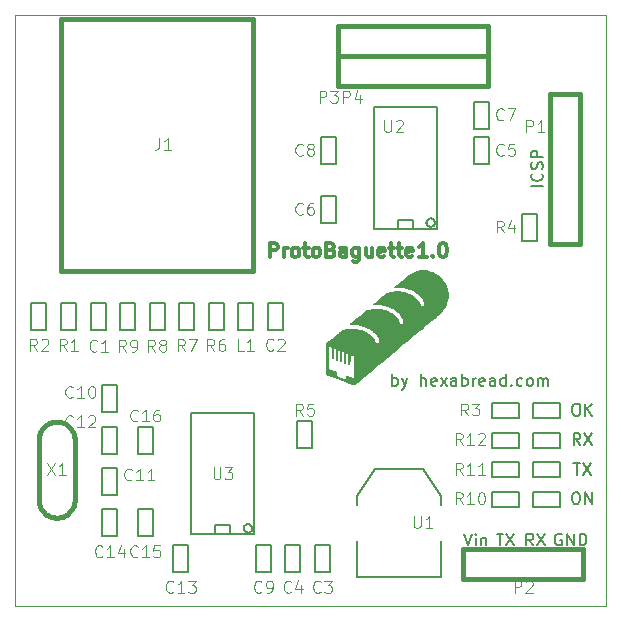
<source format=gto>
G04 (created by PCBNEW-RS274X (2012-apr-16-27)-stable) date dim. 09 juin 2013 18:30:19 CEST*
G01*
G70*
G90*
%MOIN*%
G04 Gerber Fmt 3.4, Leading zero omitted, Abs format*
%FSLAX34Y34*%
G04 APERTURE LIST*
%ADD10C,0.006000*%
%ADD11C,0.007900*%
%ADD12C,0.011800*%
%ADD13C,0.003900*%
%ADD14C,0.015000*%
%ADD15C,0.005000*%
%ADD16C,0.008000*%
%ADD17C,0.000100*%
G04 APERTURE END LIST*
G54D10*
G54D11*
X33820Y-47009D02*
X33820Y-46615D01*
X33820Y-46766D02*
X33857Y-46747D01*
X33932Y-46747D01*
X33970Y-46766D01*
X33989Y-46784D01*
X34007Y-46822D01*
X34007Y-46934D01*
X33989Y-46972D01*
X33970Y-46991D01*
X33932Y-47009D01*
X33857Y-47009D01*
X33820Y-46991D01*
X34138Y-46747D02*
X34232Y-47009D01*
X34326Y-46747D02*
X34232Y-47009D01*
X34195Y-47103D01*
X34176Y-47122D01*
X34138Y-47141D01*
X34776Y-47009D02*
X34776Y-46615D01*
X34945Y-47009D02*
X34945Y-46803D01*
X34926Y-46766D01*
X34888Y-46747D01*
X34832Y-46747D01*
X34795Y-46766D01*
X34776Y-46784D01*
X35282Y-46991D02*
X35244Y-47009D01*
X35169Y-47009D01*
X35132Y-46991D01*
X35113Y-46953D01*
X35113Y-46803D01*
X35132Y-46766D01*
X35169Y-46747D01*
X35244Y-46747D01*
X35282Y-46766D01*
X35301Y-46803D01*
X35301Y-46841D01*
X35113Y-46878D01*
X35432Y-47009D02*
X35639Y-46747D01*
X35432Y-46747D02*
X35639Y-47009D01*
X35958Y-47009D02*
X35958Y-46803D01*
X35939Y-46766D01*
X35901Y-46747D01*
X35826Y-46747D01*
X35789Y-46766D01*
X35958Y-46991D02*
X35920Y-47009D01*
X35826Y-47009D01*
X35789Y-46991D01*
X35770Y-46953D01*
X35770Y-46916D01*
X35789Y-46878D01*
X35826Y-46859D01*
X35920Y-46859D01*
X35958Y-46841D01*
X36145Y-47009D02*
X36145Y-46615D01*
X36145Y-46766D02*
X36182Y-46747D01*
X36257Y-46747D01*
X36295Y-46766D01*
X36314Y-46784D01*
X36332Y-46822D01*
X36332Y-46934D01*
X36314Y-46972D01*
X36295Y-46991D01*
X36257Y-47009D01*
X36182Y-47009D01*
X36145Y-46991D01*
X36501Y-47009D02*
X36501Y-46747D01*
X36501Y-46822D02*
X36520Y-46784D01*
X36538Y-46766D01*
X36576Y-46747D01*
X36613Y-46747D01*
X36895Y-46991D02*
X36857Y-47009D01*
X36782Y-47009D01*
X36745Y-46991D01*
X36726Y-46953D01*
X36726Y-46803D01*
X36745Y-46766D01*
X36782Y-46747D01*
X36857Y-46747D01*
X36895Y-46766D01*
X36914Y-46803D01*
X36914Y-46841D01*
X36726Y-46878D01*
X37252Y-47009D02*
X37252Y-46803D01*
X37233Y-46766D01*
X37195Y-46747D01*
X37120Y-46747D01*
X37083Y-46766D01*
X37252Y-46991D02*
X37214Y-47009D01*
X37120Y-47009D01*
X37083Y-46991D01*
X37064Y-46953D01*
X37064Y-46916D01*
X37083Y-46878D01*
X37120Y-46859D01*
X37214Y-46859D01*
X37252Y-46841D01*
X37608Y-47009D02*
X37608Y-46615D01*
X37608Y-46991D02*
X37570Y-47009D01*
X37495Y-47009D01*
X37458Y-46991D01*
X37439Y-46972D01*
X37420Y-46934D01*
X37420Y-46822D01*
X37439Y-46784D01*
X37458Y-46766D01*
X37495Y-46747D01*
X37570Y-46747D01*
X37608Y-46766D01*
X37795Y-46972D02*
X37814Y-46991D01*
X37795Y-47009D01*
X37776Y-46991D01*
X37795Y-46972D01*
X37795Y-47009D01*
X38152Y-46991D02*
X38114Y-47009D01*
X38039Y-47009D01*
X38002Y-46991D01*
X37983Y-46972D01*
X37964Y-46934D01*
X37964Y-46822D01*
X37983Y-46784D01*
X38002Y-46766D01*
X38039Y-46747D01*
X38114Y-46747D01*
X38152Y-46766D01*
X38377Y-47009D02*
X38340Y-46991D01*
X38321Y-46972D01*
X38302Y-46934D01*
X38302Y-46822D01*
X38321Y-46784D01*
X38340Y-46766D01*
X38377Y-46747D01*
X38433Y-46747D01*
X38471Y-46766D01*
X38490Y-46784D01*
X38508Y-46822D01*
X38508Y-46934D01*
X38490Y-46972D01*
X38471Y-46991D01*
X38433Y-47009D01*
X38377Y-47009D01*
X38677Y-47009D02*
X38677Y-46747D01*
X38677Y-46784D02*
X38696Y-46766D01*
X38733Y-46747D01*
X38789Y-46747D01*
X38827Y-46766D01*
X38846Y-46803D01*
X38846Y-47009D01*
X38846Y-46803D02*
X38864Y-46766D01*
X38902Y-46747D01*
X38958Y-46747D01*
X38996Y-46766D01*
X39015Y-46803D01*
X39015Y-47009D01*
G54D12*
X29731Y-42711D02*
X29731Y-42239D01*
X29911Y-42239D01*
X29956Y-42262D01*
X29979Y-42284D01*
X30001Y-42329D01*
X30001Y-42396D01*
X29979Y-42441D01*
X29956Y-42464D01*
X29911Y-42486D01*
X29731Y-42486D01*
X30203Y-42711D02*
X30203Y-42396D01*
X30203Y-42486D02*
X30226Y-42441D01*
X30248Y-42419D01*
X30293Y-42396D01*
X30338Y-42396D01*
X30563Y-42711D02*
X30518Y-42689D01*
X30495Y-42666D01*
X30473Y-42621D01*
X30473Y-42486D01*
X30495Y-42441D01*
X30518Y-42419D01*
X30563Y-42396D01*
X30630Y-42396D01*
X30675Y-42419D01*
X30698Y-42441D01*
X30720Y-42486D01*
X30720Y-42621D01*
X30698Y-42666D01*
X30675Y-42689D01*
X30630Y-42711D01*
X30563Y-42711D01*
X30855Y-42396D02*
X31035Y-42396D01*
X30922Y-42239D02*
X30922Y-42644D01*
X30945Y-42689D01*
X30990Y-42711D01*
X31035Y-42711D01*
X31260Y-42711D02*
X31215Y-42689D01*
X31192Y-42666D01*
X31170Y-42621D01*
X31170Y-42486D01*
X31192Y-42441D01*
X31215Y-42419D01*
X31260Y-42396D01*
X31327Y-42396D01*
X31372Y-42419D01*
X31395Y-42441D01*
X31417Y-42486D01*
X31417Y-42621D01*
X31395Y-42666D01*
X31372Y-42689D01*
X31327Y-42711D01*
X31260Y-42711D01*
X31777Y-42464D02*
X31844Y-42486D01*
X31867Y-42509D01*
X31889Y-42554D01*
X31889Y-42621D01*
X31867Y-42666D01*
X31844Y-42689D01*
X31799Y-42711D01*
X31619Y-42711D01*
X31619Y-42239D01*
X31777Y-42239D01*
X31822Y-42262D01*
X31844Y-42284D01*
X31867Y-42329D01*
X31867Y-42374D01*
X31844Y-42419D01*
X31822Y-42441D01*
X31777Y-42464D01*
X31619Y-42464D01*
X32294Y-42711D02*
X32294Y-42464D01*
X32271Y-42419D01*
X32226Y-42396D01*
X32136Y-42396D01*
X32091Y-42419D01*
X32294Y-42689D02*
X32249Y-42711D01*
X32136Y-42711D01*
X32091Y-42689D01*
X32069Y-42644D01*
X32069Y-42599D01*
X32091Y-42554D01*
X32136Y-42531D01*
X32249Y-42531D01*
X32294Y-42509D01*
X32721Y-42396D02*
X32721Y-42778D01*
X32698Y-42823D01*
X32676Y-42846D01*
X32631Y-42868D01*
X32563Y-42868D01*
X32518Y-42846D01*
X32721Y-42689D02*
X32676Y-42711D01*
X32586Y-42711D01*
X32541Y-42689D01*
X32518Y-42666D01*
X32496Y-42621D01*
X32496Y-42486D01*
X32518Y-42441D01*
X32541Y-42419D01*
X32586Y-42396D01*
X32676Y-42396D01*
X32721Y-42419D01*
X33148Y-42396D02*
X33148Y-42711D01*
X32945Y-42396D02*
X32945Y-42644D01*
X32968Y-42689D01*
X33013Y-42711D01*
X33080Y-42711D01*
X33125Y-42689D01*
X33148Y-42666D01*
X33552Y-42689D02*
X33507Y-42711D01*
X33417Y-42711D01*
X33372Y-42689D01*
X33350Y-42644D01*
X33350Y-42464D01*
X33372Y-42419D01*
X33417Y-42396D01*
X33507Y-42396D01*
X33552Y-42419D01*
X33575Y-42464D01*
X33575Y-42509D01*
X33350Y-42554D01*
X33710Y-42396D02*
X33890Y-42396D01*
X33777Y-42239D02*
X33777Y-42644D01*
X33800Y-42689D01*
X33845Y-42711D01*
X33890Y-42711D01*
X33980Y-42396D02*
X34160Y-42396D01*
X34047Y-42239D02*
X34047Y-42644D01*
X34070Y-42689D01*
X34115Y-42711D01*
X34160Y-42711D01*
X34497Y-42689D02*
X34452Y-42711D01*
X34362Y-42711D01*
X34317Y-42689D01*
X34295Y-42644D01*
X34295Y-42464D01*
X34317Y-42419D01*
X34362Y-42396D01*
X34452Y-42396D01*
X34497Y-42419D01*
X34520Y-42464D01*
X34520Y-42509D01*
X34295Y-42554D01*
X34970Y-42711D02*
X34700Y-42711D01*
X34835Y-42711D02*
X34835Y-42239D01*
X34790Y-42306D01*
X34745Y-42351D01*
X34700Y-42374D01*
X35172Y-42666D02*
X35195Y-42689D01*
X35172Y-42711D01*
X35150Y-42689D01*
X35172Y-42666D01*
X35172Y-42711D01*
X35487Y-42239D02*
X35532Y-42239D01*
X35577Y-42262D01*
X35600Y-42284D01*
X35622Y-42329D01*
X35645Y-42419D01*
X35645Y-42531D01*
X35622Y-42621D01*
X35600Y-42666D01*
X35577Y-42689D01*
X35532Y-42711D01*
X35487Y-42711D01*
X35442Y-42689D01*
X35420Y-42666D01*
X35397Y-42621D01*
X35375Y-42531D01*
X35375Y-42419D01*
X35397Y-42329D01*
X35420Y-42284D01*
X35442Y-42262D01*
X35487Y-42239D01*
G54D11*
X38840Y-40345D02*
X38446Y-40345D01*
X38803Y-39932D02*
X38822Y-39951D01*
X38840Y-40007D01*
X38840Y-40045D01*
X38822Y-40101D01*
X38784Y-40138D01*
X38747Y-40157D01*
X38672Y-40176D01*
X38615Y-40176D01*
X38540Y-40157D01*
X38503Y-40138D01*
X38465Y-40101D01*
X38446Y-40045D01*
X38446Y-40007D01*
X38465Y-39951D01*
X38484Y-39932D01*
X38822Y-39782D02*
X38840Y-39726D01*
X38840Y-39632D01*
X38822Y-39594D01*
X38803Y-39576D01*
X38765Y-39557D01*
X38728Y-39557D01*
X38690Y-39576D01*
X38672Y-39594D01*
X38653Y-39632D01*
X38634Y-39707D01*
X38615Y-39744D01*
X38597Y-39763D01*
X38559Y-39782D01*
X38522Y-39782D01*
X38484Y-39763D01*
X38465Y-39744D01*
X38446Y-39707D01*
X38446Y-39613D01*
X38465Y-39557D01*
X38840Y-39388D02*
X38446Y-39388D01*
X38446Y-39238D01*
X38465Y-39201D01*
X38484Y-39182D01*
X38522Y-39163D01*
X38578Y-39163D01*
X38615Y-39182D01*
X38634Y-39201D01*
X38653Y-39238D01*
X38653Y-39388D01*
X39464Y-51949D02*
X39427Y-51930D01*
X39370Y-51930D01*
X39314Y-51949D01*
X39277Y-51987D01*
X39258Y-52024D01*
X39239Y-52099D01*
X39239Y-52156D01*
X39258Y-52231D01*
X39277Y-52268D01*
X39314Y-52306D01*
X39370Y-52324D01*
X39408Y-52324D01*
X39464Y-52306D01*
X39483Y-52287D01*
X39483Y-52156D01*
X39408Y-52156D01*
X39652Y-52324D02*
X39652Y-51930D01*
X39877Y-52324D01*
X39877Y-51930D01*
X40065Y-52324D02*
X40065Y-51930D01*
X40159Y-51930D01*
X40215Y-51949D01*
X40252Y-51987D01*
X40271Y-52024D01*
X40290Y-52099D01*
X40290Y-52156D01*
X40271Y-52231D01*
X40252Y-52268D01*
X40215Y-52306D01*
X40159Y-52324D01*
X40065Y-52324D01*
X38518Y-52324D02*
X38387Y-52137D01*
X38293Y-52324D02*
X38293Y-51930D01*
X38443Y-51930D01*
X38480Y-51949D01*
X38499Y-51968D01*
X38518Y-52006D01*
X38518Y-52062D01*
X38499Y-52099D01*
X38480Y-52118D01*
X38443Y-52137D01*
X38293Y-52137D01*
X38649Y-51930D02*
X38912Y-52324D01*
X38912Y-51930D02*
X38649Y-52324D01*
X37299Y-51930D02*
X37524Y-51930D01*
X37411Y-52324D02*
X37411Y-51930D01*
X37617Y-51930D02*
X37880Y-52324D01*
X37880Y-51930D02*
X37617Y-52324D01*
X36211Y-51930D02*
X36342Y-52324D01*
X36473Y-51930D01*
X36605Y-52324D02*
X36605Y-52062D01*
X36605Y-51930D02*
X36586Y-51949D01*
X36605Y-51968D01*
X36624Y-51949D01*
X36605Y-51930D01*
X36605Y-51968D01*
X36793Y-52062D02*
X36793Y-52324D01*
X36793Y-52099D02*
X36812Y-52081D01*
X36849Y-52062D01*
X36905Y-52062D01*
X36943Y-52081D01*
X36962Y-52118D01*
X36962Y-52324D01*
G54D13*
X40944Y-54331D02*
X40944Y-34646D01*
X40945Y-54330D02*
X21260Y-54330D01*
X21260Y-34645D02*
X21260Y-54330D01*
X21260Y-34645D02*
X40945Y-34645D01*
G54D14*
X22784Y-34776D02*
X29184Y-34776D01*
X29184Y-34776D02*
X29184Y-43176D01*
X22784Y-43176D02*
X22784Y-34776D01*
X22784Y-43176D02*
X29184Y-43176D01*
G54D15*
X29156Y-51755D02*
X29153Y-51782D01*
X29145Y-51808D01*
X29132Y-51833D01*
X29115Y-51854D01*
X29093Y-51871D01*
X29069Y-51884D01*
X29043Y-51893D01*
X29015Y-51895D01*
X28989Y-51893D01*
X28963Y-51885D01*
X28938Y-51872D01*
X28917Y-51855D01*
X28899Y-51834D01*
X28886Y-51810D01*
X28878Y-51784D01*
X28875Y-51756D01*
X28877Y-51730D01*
X28884Y-51704D01*
X28897Y-51679D01*
X28914Y-51658D01*
X28935Y-51640D01*
X28959Y-51626D01*
X28985Y-51618D01*
X29013Y-51615D01*
X29039Y-51617D01*
X29065Y-51624D01*
X29090Y-51636D01*
X29112Y-51653D01*
X29130Y-51674D01*
X29143Y-51698D01*
X29152Y-51724D01*
X29155Y-51752D01*
X29156Y-51755D01*
X27915Y-51955D02*
X27915Y-51655D01*
X27915Y-51655D02*
X28415Y-51655D01*
X28415Y-51655D02*
X28415Y-51955D01*
X29215Y-47905D02*
X29215Y-51955D01*
X27115Y-51955D02*
X27115Y-47905D01*
X27115Y-51955D02*
X29215Y-51955D01*
X27115Y-47905D02*
X29215Y-47905D01*
X35243Y-41563D02*
X35240Y-41590D01*
X35232Y-41616D01*
X35219Y-41641D01*
X35202Y-41662D01*
X35180Y-41679D01*
X35156Y-41692D01*
X35130Y-41701D01*
X35102Y-41703D01*
X35076Y-41701D01*
X35050Y-41693D01*
X35025Y-41680D01*
X35004Y-41663D01*
X34986Y-41642D01*
X34973Y-41618D01*
X34965Y-41592D01*
X34962Y-41564D01*
X34964Y-41538D01*
X34971Y-41512D01*
X34984Y-41487D01*
X35001Y-41466D01*
X35022Y-41448D01*
X35046Y-41434D01*
X35072Y-41426D01*
X35100Y-41423D01*
X35126Y-41425D01*
X35152Y-41432D01*
X35177Y-41444D01*
X35199Y-41461D01*
X35217Y-41482D01*
X35230Y-41506D01*
X35239Y-41532D01*
X35242Y-41560D01*
X35243Y-41563D01*
X34002Y-41763D02*
X34002Y-41463D01*
X34002Y-41463D02*
X34502Y-41463D01*
X34502Y-41463D02*
X34502Y-41763D01*
X35302Y-37713D02*
X35302Y-41763D01*
X33202Y-41763D02*
X33202Y-37713D01*
X33202Y-41763D02*
X35302Y-41763D01*
X33202Y-37713D02*
X35302Y-37713D01*
G54D16*
X32655Y-52175D02*
X32655Y-53375D01*
X32655Y-53375D02*
X35455Y-53375D01*
X35455Y-53375D02*
X35455Y-52175D01*
X32655Y-50975D02*
X32655Y-50675D01*
X32655Y-50675D02*
X33255Y-49775D01*
X33255Y-49775D02*
X34855Y-49775D01*
X34855Y-49775D02*
X35455Y-50675D01*
X35455Y-50675D02*
X35455Y-50975D01*
G54D15*
X30656Y-49072D02*
X30656Y-48172D01*
X30656Y-48172D02*
X31156Y-48172D01*
X31156Y-48172D02*
X31156Y-49072D01*
X31156Y-49072D02*
X30656Y-49072D01*
X38136Y-42182D02*
X38136Y-41282D01*
X38136Y-41282D02*
X38636Y-41282D01*
X38636Y-41282D02*
X38636Y-42182D01*
X38636Y-42182D02*
X38136Y-42182D01*
X38049Y-48084D02*
X37149Y-48084D01*
X37149Y-48084D02*
X37149Y-47584D01*
X37149Y-47584D02*
X38049Y-47584D01*
X38049Y-47584D02*
X38049Y-48084D01*
X21797Y-45135D02*
X21797Y-44235D01*
X21797Y-44235D02*
X22297Y-44235D01*
X22297Y-44235D02*
X22297Y-45135D01*
X22297Y-45135D02*
X21797Y-45135D01*
X22781Y-45135D02*
X22781Y-44235D01*
X22781Y-44235D02*
X23281Y-44235D01*
X23281Y-44235D02*
X23281Y-45135D01*
X23281Y-45135D02*
X22781Y-45135D01*
X24266Y-44235D02*
X24266Y-45135D01*
X24266Y-45135D02*
X23766Y-45135D01*
X23766Y-45135D02*
X23766Y-44235D01*
X23766Y-44235D02*
X24266Y-44235D01*
X24159Y-49269D02*
X24159Y-48369D01*
X24159Y-48369D02*
X24659Y-48369D01*
X24659Y-48369D02*
X24659Y-49269D01*
X24659Y-49269D02*
X24159Y-49269D01*
X31443Y-39623D02*
X31443Y-38723D01*
X31443Y-38723D02*
X31943Y-38723D01*
X31943Y-38723D02*
X31943Y-39623D01*
X31943Y-39623D02*
X31443Y-39623D01*
X27022Y-52306D02*
X27022Y-53206D01*
X27022Y-53206D02*
X26522Y-53206D01*
X26522Y-53206D02*
X26522Y-52306D01*
X26522Y-52306D02*
X27022Y-52306D01*
X24159Y-52025D02*
X24159Y-51125D01*
X24159Y-51125D02*
X24659Y-51125D01*
X24659Y-51125D02*
X24659Y-52025D01*
X24659Y-52025D02*
X24159Y-52025D01*
X25341Y-52025D02*
X25341Y-51125D01*
X25341Y-51125D02*
X25841Y-51125D01*
X25841Y-51125D02*
X25841Y-52025D01*
X25841Y-52025D02*
X25341Y-52025D01*
X36561Y-38442D02*
X36561Y-37542D01*
X36561Y-37542D02*
X37061Y-37542D01*
X37061Y-37542D02*
X37061Y-38442D01*
X37061Y-38442D02*
X36561Y-38442D01*
X25341Y-49269D02*
X25341Y-48369D01*
X25341Y-48369D02*
X25841Y-48369D01*
X25841Y-48369D02*
X25841Y-49269D01*
X25841Y-49269D02*
X25341Y-49269D01*
X31443Y-41592D02*
X31443Y-40692D01*
X31443Y-40692D02*
X31943Y-40692D01*
X31943Y-40692D02*
X31943Y-41592D01*
X31943Y-41592D02*
X31443Y-41592D01*
X37061Y-38723D02*
X37061Y-39623D01*
X37061Y-39623D02*
X36561Y-39623D01*
X36561Y-39623D02*
X36561Y-38723D01*
X36561Y-38723D02*
X37061Y-38723D01*
X30262Y-53206D02*
X30262Y-52306D01*
X30262Y-52306D02*
X30762Y-52306D01*
X30762Y-52306D02*
X30762Y-53206D01*
X30762Y-53206D02*
X30262Y-53206D01*
X31746Y-52306D02*
X31746Y-53206D01*
X31746Y-53206D02*
X31246Y-53206D01*
X31246Y-53206D02*
X31246Y-52306D01*
X31246Y-52306D02*
X31746Y-52306D01*
X30171Y-44235D02*
X30171Y-45135D01*
X30171Y-45135D02*
X29671Y-45135D01*
X29671Y-45135D02*
X29671Y-44235D01*
X29671Y-44235D02*
X30171Y-44235D01*
X29187Y-44235D02*
X29187Y-45135D01*
X29187Y-45135D02*
X28687Y-45135D01*
X28687Y-45135D02*
X28687Y-44235D01*
X28687Y-44235D02*
X29187Y-44235D01*
G54D14*
X39067Y-42264D02*
X39067Y-37264D01*
X39067Y-37264D02*
X40067Y-37264D01*
X40067Y-37264D02*
X40067Y-42264D01*
X40067Y-42264D02*
X39067Y-42264D01*
X40189Y-53453D02*
X36189Y-53453D01*
X36189Y-53453D02*
X36189Y-52453D01*
X36189Y-52453D02*
X40189Y-52453D01*
X40189Y-52453D02*
X40189Y-53453D01*
G54D15*
X29278Y-53206D02*
X29278Y-52306D01*
X29278Y-52306D02*
X29778Y-52306D01*
X29778Y-52306D02*
X29778Y-53206D01*
X29778Y-53206D02*
X29278Y-53206D01*
X24159Y-47891D02*
X24159Y-46991D01*
X24159Y-46991D02*
X24659Y-46991D01*
X24659Y-46991D02*
X24659Y-47891D01*
X24659Y-47891D02*
X24159Y-47891D01*
X24159Y-50647D02*
X24159Y-49747D01*
X24159Y-49747D02*
X24659Y-49747D01*
X24659Y-49747D02*
X24659Y-50647D01*
X24659Y-50647D02*
X24159Y-50647D01*
X27703Y-45135D02*
X27703Y-44235D01*
X27703Y-44235D02*
X28203Y-44235D01*
X28203Y-44235D02*
X28203Y-45135D01*
X28203Y-45135D02*
X27703Y-45135D01*
X26719Y-45135D02*
X26719Y-44235D01*
X26719Y-44235D02*
X27219Y-44235D01*
X27219Y-44235D02*
X27219Y-45135D01*
X27219Y-45135D02*
X26719Y-45135D01*
X25734Y-45135D02*
X25734Y-44235D01*
X25734Y-44235D02*
X26234Y-44235D01*
X26234Y-44235D02*
X26234Y-45135D01*
X26234Y-45135D02*
X25734Y-45135D01*
X24750Y-45135D02*
X24750Y-44235D01*
X24750Y-44235D02*
X25250Y-44235D01*
X25250Y-44235D02*
X25250Y-45135D01*
X25250Y-45135D02*
X24750Y-45135D01*
G54D14*
X23238Y-48803D02*
X23238Y-50803D01*
X22038Y-50803D02*
X22038Y-48803D01*
X22638Y-51403D02*
X22690Y-51400D01*
X22742Y-51393D01*
X22793Y-51382D01*
X22843Y-51366D01*
X22891Y-51346D01*
X22938Y-51322D01*
X22982Y-51294D01*
X23023Y-51262D01*
X23062Y-51227D01*
X23097Y-51188D01*
X23129Y-51147D01*
X23157Y-51102D01*
X23181Y-51056D01*
X23201Y-51008D01*
X23217Y-50958D01*
X23228Y-50907D01*
X23235Y-50855D01*
X23238Y-50803D01*
X22038Y-50803D02*
X22041Y-50855D01*
X22048Y-50907D01*
X22059Y-50958D01*
X22075Y-51008D01*
X22095Y-51056D01*
X22119Y-51102D01*
X22147Y-51147D01*
X22179Y-51188D01*
X22214Y-51227D01*
X22253Y-51262D01*
X22294Y-51294D01*
X22339Y-51322D01*
X22385Y-51346D01*
X22433Y-51366D01*
X22483Y-51382D01*
X22534Y-51393D01*
X22586Y-51400D01*
X22638Y-51403D01*
X23238Y-48803D02*
X23235Y-48751D01*
X23228Y-48699D01*
X23217Y-48648D01*
X23201Y-48598D01*
X23181Y-48550D01*
X23157Y-48504D01*
X23129Y-48459D01*
X23097Y-48418D01*
X23062Y-48379D01*
X23023Y-48344D01*
X22982Y-48312D01*
X22938Y-48284D01*
X22891Y-48260D01*
X22843Y-48240D01*
X22793Y-48224D01*
X22742Y-48213D01*
X22690Y-48206D01*
X22638Y-48203D01*
X22638Y-48203D02*
X22586Y-48206D01*
X22534Y-48213D01*
X22483Y-48224D01*
X22433Y-48240D01*
X22385Y-48260D01*
X22339Y-48284D01*
X22294Y-48312D01*
X22253Y-48344D01*
X22214Y-48379D01*
X22179Y-48418D01*
X22147Y-48459D01*
X22119Y-48504D01*
X22095Y-48550D01*
X22075Y-48598D01*
X22059Y-48648D01*
X22048Y-48699D01*
X22041Y-48751D01*
X22038Y-48803D01*
G54D15*
X37149Y-50537D02*
X38049Y-50537D01*
X38049Y-50537D02*
X38049Y-51037D01*
X38049Y-51037D02*
X37149Y-51037D01*
X37149Y-51037D02*
X37149Y-50537D01*
X37149Y-49553D02*
X38049Y-49553D01*
X38049Y-49553D02*
X38049Y-50053D01*
X38049Y-50053D02*
X37149Y-50053D01*
X37149Y-50053D02*
X37149Y-49553D01*
X37149Y-48569D02*
X38049Y-48569D01*
X38049Y-48569D02*
X38049Y-49069D01*
X38049Y-49069D02*
X37149Y-49069D01*
X37149Y-49069D02*
X37149Y-48569D01*
G54D14*
X32000Y-35000D02*
X37000Y-35000D01*
X37000Y-35000D02*
X37000Y-36000D01*
X37000Y-36000D02*
X32000Y-36000D01*
X32000Y-36000D02*
X32000Y-35000D01*
X32000Y-36000D02*
X37000Y-36000D01*
X37000Y-36000D02*
X37000Y-37000D01*
X37000Y-37000D02*
X32000Y-37000D01*
X32000Y-37000D02*
X32000Y-36000D01*
G54D15*
X39426Y-48085D02*
X38526Y-48085D01*
X38526Y-48085D02*
X38526Y-47585D01*
X38526Y-47585D02*
X39426Y-47585D01*
X39426Y-47585D02*
X39426Y-48085D01*
X39426Y-51037D02*
X38526Y-51037D01*
X38526Y-51037D02*
X38526Y-50537D01*
X38526Y-50537D02*
X39426Y-50537D01*
X39426Y-50537D02*
X39426Y-51037D01*
X39426Y-49069D02*
X38526Y-49069D01*
X38526Y-49069D02*
X38526Y-48569D01*
X38526Y-48569D02*
X39426Y-48569D01*
X39426Y-48569D02*
X39426Y-49069D01*
X39426Y-50053D02*
X38526Y-50053D01*
X38526Y-50053D02*
X38526Y-49553D01*
X38526Y-49553D02*
X39426Y-49553D01*
X39426Y-49553D02*
X39426Y-50053D01*
G54D17*
G36*
X35701Y-43980D02*
X35700Y-44029D01*
X35698Y-44073D01*
X35692Y-44115D01*
X35685Y-44158D01*
X35680Y-44177D01*
X35660Y-44248D01*
X35633Y-44319D01*
X35599Y-44387D01*
X35560Y-44453D01*
X35516Y-44514D01*
X35468Y-44569D01*
X35430Y-44605D01*
X35427Y-44608D01*
X35422Y-44613D01*
X35415Y-44618D01*
X35406Y-44626D01*
X35395Y-44635D01*
X35381Y-44647D01*
X35365Y-44660D01*
X35347Y-44676D01*
X35326Y-44693D01*
X35301Y-44714D01*
X35274Y-44736D01*
X35244Y-44762D01*
X35210Y-44790D01*
X35173Y-44821D01*
X35132Y-44855D01*
X35087Y-44892D01*
X35038Y-44933D01*
X34985Y-44977D01*
X34929Y-45024D01*
X34867Y-45075D01*
X34802Y-45130D01*
X34731Y-45188D01*
X34656Y-45251D01*
X34576Y-45317D01*
X34491Y-45388D01*
X34400Y-45463D01*
X34305Y-45543D01*
X34203Y-45627D01*
X34096Y-45716D01*
X33984Y-45810D01*
X33865Y-45909D01*
X33740Y-46012D01*
X33669Y-46072D01*
X33567Y-46157D01*
X33471Y-46237D01*
X33380Y-46312D01*
X33296Y-46382D01*
X33217Y-46448D01*
X33143Y-46509D01*
X33075Y-46565D01*
X33012Y-46618D01*
X32954Y-46666D01*
X32901Y-46710D01*
X32852Y-46750D01*
X32808Y-46787D01*
X32768Y-46820D01*
X32732Y-46850D01*
X32700Y-46877D01*
X32672Y-46900D01*
X32647Y-46920D01*
X32626Y-46938D01*
X32608Y-46953D01*
X32593Y-46965D01*
X32581Y-46975D01*
X32572Y-46983D01*
X32565Y-46988D01*
X32561Y-46991D01*
X32560Y-46992D01*
X32560Y-46650D01*
X32560Y-46616D01*
X32560Y-46575D01*
X32560Y-46528D01*
X32560Y-46473D01*
X32559Y-46411D01*
X32559Y-46382D01*
X32559Y-46328D01*
X32558Y-46276D01*
X32558Y-46228D01*
X32557Y-46182D01*
X32557Y-46141D01*
X32556Y-46105D01*
X32556Y-46074D01*
X32555Y-46048D01*
X32555Y-46030D01*
X32554Y-46018D01*
X32554Y-46014D01*
X32550Y-46011D01*
X32539Y-46007D01*
X32524Y-46001D01*
X32506Y-45994D01*
X32487Y-45987D01*
X32469Y-45981D01*
X32453Y-45975D01*
X32441Y-45971D01*
X32434Y-45969D01*
X32434Y-45969D01*
X32433Y-45973D01*
X32433Y-45984D01*
X32432Y-46002D01*
X32432Y-46026D01*
X32431Y-46054D01*
X32431Y-46087D01*
X32431Y-46123D01*
X32431Y-46150D01*
X32431Y-46187D01*
X32430Y-46222D01*
X32430Y-46253D01*
X32430Y-46281D01*
X32430Y-46303D01*
X32429Y-46319D01*
X32429Y-46328D01*
X32429Y-46330D01*
X32425Y-46329D01*
X32414Y-46325D01*
X32400Y-46320D01*
X32394Y-46317D01*
X32361Y-46305D01*
X32361Y-46123D01*
X32361Y-45941D01*
X32341Y-45934D01*
X32327Y-45928D01*
X32313Y-45923D01*
X32309Y-45921D01*
X32295Y-45916D01*
X32295Y-46096D01*
X32295Y-46141D01*
X32295Y-46179D01*
X32295Y-46209D01*
X32294Y-46233D01*
X32294Y-46251D01*
X32293Y-46264D01*
X32292Y-46272D01*
X32291Y-46276D01*
X32290Y-46277D01*
X32284Y-46275D01*
X32272Y-46272D01*
X32258Y-46267D01*
X32255Y-46266D01*
X32226Y-46255D01*
X32225Y-46073D01*
X32223Y-45890D01*
X32199Y-45881D01*
X32184Y-45876D01*
X32172Y-45871D01*
X32165Y-45869D01*
X32156Y-45866D01*
X32156Y-46047D01*
X32156Y-46084D01*
X32156Y-46119D01*
X32155Y-46151D01*
X32155Y-46178D01*
X32154Y-46200D01*
X32154Y-46216D01*
X32153Y-46225D01*
X32153Y-46227D01*
X32148Y-46226D01*
X32137Y-46222D01*
X32123Y-46217D01*
X32119Y-46216D01*
X32088Y-46204D01*
X32087Y-46022D01*
X32086Y-45839D01*
X32056Y-45828D01*
X32042Y-45823D01*
X32030Y-45819D01*
X32024Y-45817D01*
X32023Y-45817D01*
X32023Y-45821D01*
X32022Y-45833D01*
X32022Y-45850D01*
X32021Y-45874D01*
X32021Y-45903D01*
X32021Y-45935D01*
X32020Y-45971D01*
X32020Y-45998D01*
X32020Y-46035D01*
X32020Y-46070D01*
X32020Y-46102D01*
X32020Y-46129D01*
X32020Y-46151D01*
X32019Y-46167D01*
X32019Y-46176D01*
X32019Y-46178D01*
X32014Y-46177D01*
X32004Y-46173D01*
X31990Y-46168D01*
X31984Y-46166D01*
X31951Y-46153D01*
X31951Y-45971D01*
X31951Y-45789D01*
X31923Y-45779D01*
X31908Y-45774D01*
X31896Y-45769D01*
X31888Y-45766D01*
X31888Y-45766D01*
X31886Y-45766D01*
X31885Y-45767D01*
X31884Y-45770D01*
X31883Y-45776D01*
X31882Y-45785D01*
X31882Y-45798D01*
X31881Y-45817D01*
X31881Y-45840D01*
X31881Y-45870D01*
X31881Y-45907D01*
X31881Y-45944D01*
X31881Y-45988D01*
X31881Y-46026D01*
X31880Y-46059D01*
X31880Y-46086D01*
X31879Y-46106D01*
X31878Y-46119D01*
X31877Y-46125D01*
X31877Y-46125D01*
X31872Y-46124D01*
X31861Y-46120D01*
X31846Y-46115D01*
X31844Y-46114D01*
X31815Y-46103D01*
X31814Y-45921D01*
X31813Y-45738D01*
X31764Y-45720D01*
X31746Y-45714D01*
X31730Y-45708D01*
X31718Y-45704D01*
X31712Y-45702D01*
X31712Y-45702D01*
X31712Y-45706D01*
X31711Y-45718D01*
X31711Y-45737D01*
X31710Y-45762D01*
X31710Y-45793D01*
X31709Y-45829D01*
X31709Y-45870D01*
X31709Y-45915D01*
X31709Y-45964D01*
X31709Y-46016D01*
X31709Y-46070D01*
X31709Y-46071D01*
X31709Y-46440D01*
X31720Y-46444D01*
X31728Y-46447D01*
X31742Y-46452D01*
X31761Y-46459D01*
X31784Y-46467D01*
X31810Y-46477D01*
X31837Y-46487D01*
X31865Y-46497D01*
X31893Y-46507D01*
X31919Y-46517D01*
X31942Y-46525D01*
X31961Y-46533D01*
X31975Y-46538D01*
X31983Y-46541D01*
X31984Y-46541D01*
X31987Y-46543D01*
X31989Y-46547D01*
X31990Y-46554D01*
X31991Y-46566D01*
X31992Y-46584D01*
X31993Y-46608D01*
X31993Y-46612D01*
X31994Y-46679D01*
X32129Y-46730D01*
X32161Y-46742D01*
X32190Y-46752D01*
X32216Y-46762D01*
X32238Y-46770D01*
X32255Y-46776D01*
X32266Y-46780D01*
X32270Y-46781D01*
X32272Y-46779D01*
X32273Y-46772D01*
X32274Y-46760D01*
X32275Y-46742D01*
X32275Y-46716D01*
X32275Y-46716D01*
X32275Y-46693D01*
X32275Y-46674D01*
X32276Y-46660D01*
X32277Y-46652D01*
X32277Y-46650D01*
X32282Y-46651D01*
X32293Y-46655D01*
X32310Y-46661D01*
X32332Y-46669D01*
X32358Y-46678D01*
X32387Y-46689D01*
X32416Y-46699D01*
X32448Y-46711D01*
X32477Y-46721D01*
X32503Y-46730D01*
X32525Y-46738D01*
X32542Y-46744D01*
X32553Y-46747D01*
X32557Y-46748D01*
X32558Y-46747D01*
X32558Y-46742D01*
X32559Y-46733D01*
X32559Y-46720D01*
X32560Y-46702D01*
X32560Y-46679D01*
X32560Y-46650D01*
X32560Y-46992D01*
X32559Y-46993D01*
X32558Y-46993D01*
X32554Y-46992D01*
X32543Y-46988D01*
X32525Y-46981D01*
X32501Y-46972D01*
X32471Y-46961D01*
X32435Y-46948D01*
X32395Y-46933D01*
X32350Y-46916D01*
X32301Y-46898D01*
X32249Y-46878D01*
X32194Y-46857D01*
X32137Y-46835D01*
X32087Y-46817D01*
X31618Y-46640D01*
X31618Y-46117D01*
X31618Y-45593D01*
X31805Y-45438D01*
X31858Y-45394D01*
X31904Y-45355D01*
X31945Y-45321D01*
X31981Y-45292D01*
X32012Y-45266D01*
X32039Y-45244D01*
X32061Y-45225D01*
X32081Y-45209D01*
X32097Y-45196D01*
X32110Y-45186D01*
X32122Y-45178D01*
X32131Y-45171D01*
X32138Y-45166D01*
X32145Y-45163D01*
X32151Y-45160D01*
X32156Y-45158D01*
X32162Y-45156D01*
X32168Y-45154D01*
X32175Y-45152D01*
X32176Y-45151D01*
X32221Y-45138D01*
X32271Y-45126D01*
X32322Y-45115D01*
X32373Y-45107D01*
X32388Y-45105D01*
X32417Y-45103D01*
X32450Y-45101D01*
X32486Y-45100D01*
X32523Y-45100D01*
X32560Y-45101D01*
X32594Y-45103D01*
X32624Y-45105D01*
X32647Y-45109D01*
X32650Y-45109D01*
X32735Y-45128D01*
X32821Y-45154D01*
X32905Y-45184D01*
X32937Y-45198D01*
X32984Y-45219D01*
X33024Y-45240D01*
X33060Y-45262D01*
X33094Y-45286D01*
X33126Y-45314D01*
X33159Y-45346D01*
X33161Y-45348D01*
X33193Y-45383D01*
X33219Y-45416D01*
X33238Y-45447D01*
X33253Y-45479D01*
X33263Y-45513D01*
X33267Y-45534D01*
X33270Y-45551D01*
X33274Y-45562D01*
X33280Y-45572D01*
X33289Y-45581D01*
X33290Y-45583D01*
X33300Y-45592D01*
X33308Y-45598D01*
X33318Y-45599D01*
X33331Y-45600D01*
X33344Y-45599D01*
X33353Y-45597D01*
X33361Y-45592D01*
X33372Y-45583D01*
X33373Y-45581D01*
X33392Y-45563D01*
X33389Y-45527D01*
X33382Y-45480D01*
X33368Y-45434D01*
X33346Y-45387D01*
X33315Y-45340D01*
X33278Y-45292D01*
X33245Y-45257D01*
X33217Y-45229D01*
X33192Y-45207D01*
X33170Y-45188D01*
X33148Y-45171D01*
X33124Y-45155D01*
X33111Y-45146D01*
X33038Y-45106D01*
X32959Y-45069D01*
X32875Y-45038D01*
X32787Y-45012D01*
X32696Y-44992D01*
X32679Y-44988D01*
X32653Y-44985D01*
X32622Y-44982D01*
X32586Y-44979D01*
X32547Y-44978D01*
X32508Y-44977D01*
X32471Y-44977D01*
X32436Y-44977D01*
X32408Y-44979D01*
X32395Y-44980D01*
X32378Y-44982D01*
X32365Y-44983D01*
X32356Y-44984D01*
X32354Y-44984D01*
X32357Y-44981D01*
X32366Y-44973D01*
X32380Y-44961D01*
X32399Y-44945D01*
X32423Y-44925D01*
X32451Y-44902D01*
X32482Y-44875D01*
X32517Y-44846D01*
X32554Y-44815D01*
X32594Y-44782D01*
X32636Y-44747D01*
X32636Y-44747D01*
X32690Y-44702D01*
X32738Y-44662D01*
X32780Y-44628D01*
X32817Y-44597D01*
X32848Y-44572D01*
X32875Y-44550D01*
X32897Y-44533D01*
X32914Y-44520D01*
X32928Y-44510D01*
X32938Y-44503D01*
X32944Y-44500D01*
X32961Y-44493D01*
X32984Y-44485D01*
X33012Y-44477D01*
X33043Y-44469D01*
X33076Y-44461D01*
X33107Y-44455D01*
X33123Y-44452D01*
X33186Y-44443D01*
X33251Y-44437D01*
X33315Y-44436D01*
X33377Y-44439D01*
X33433Y-44445D01*
X33435Y-44445D01*
X33495Y-44457D01*
X33557Y-44473D01*
X33620Y-44492D01*
X33681Y-44514D01*
X33740Y-44538D01*
X33794Y-44564D01*
X33843Y-44591D01*
X33862Y-44603D01*
X33882Y-44618D01*
X33906Y-44638D01*
X33930Y-44660D01*
X33955Y-44684D01*
X33978Y-44707D01*
X33997Y-44728D01*
X34011Y-44747D01*
X34013Y-44749D01*
X34035Y-44785D01*
X34050Y-44820D01*
X34061Y-44855D01*
X34065Y-44879D01*
X34071Y-44901D01*
X34084Y-44919D01*
X34101Y-44932D01*
X34121Y-44939D01*
X34129Y-44940D01*
X34147Y-44936D01*
X34164Y-44925D01*
X34177Y-44910D01*
X34186Y-44892D01*
X34188Y-44872D01*
X34188Y-44866D01*
X34176Y-44811D01*
X34157Y-44757D01*
X34129Y-44705D01*
X34094Y-44654D01*
X34064Y-44619D01*
X34024Y-44577D01*
X33985Y-44541D01*
X33945Y-44509D01*
X33902Y-44481D01*
X33854Y-44454D01*
X33829Y-44441D01*
X33752Y-44406D01*
X33672Y-44376D01*
X33589Y-44352D01*
X33501Y-44331D01*
X33433Y-44320D01*
X33418Y-44318D01*
X33396Y-44317D01*
X33369Y-44316D01*
X33339Y-44315D01*
X33307Y-44315D01*
X33275Y-44315D01*
X33244Y-44315D01*
X33216Y-44316D01*
X33193Y-44317D01*
X33177Y-44319D01*
X33176Y-44319D01*
X33161Y-44321D01*
X33154Y-44321D01*
X33152Y-44320D01*
X33154Y-44317D01*
X33155Y-44316D01*
X33160Y-44312D01*
X33170Y-44304D01*
X33185Y-44291D01*
X33205Y-44274D01*
X33230Y-44253D01*
X33258Y-44230D01*
X33289Y-44204D01*
X33323Y-44175D01*
X33360Y-44145D01*
X33397Y-44114D01*
X33631Y-43920D01*
X33676Y-43905D01*
X33723Y-43891D01*
X33776Y-43878D01*
X33833Y-43867D01*
X33860Y-43862D01*
X33885Y-43859D01*
X33916Y-43857D01*
X33951Y-43855D01*
X33988Y-43855D01*
X34025Y-43855D01*
X34061Y-43856D01*
X34094Y-43857D01*
X34122Y-43860D01*
X34141Y-43862D01*
X34231Y-43882D01*
X34320Y-43908D01*
X34405Y-43940D01*
X34486Y-43976D01*
X34499Y-43983D01*
X34542Y-44007D01*
X34581Y-44033D01*
X34617Y-44062D01*
X34653Y-44096D01*
X34660Y-44103D01*
X34693Y-44140D01*
X34719Y-44173D01*
X34738Y-44206D01*
X34753Y-44239D01*
X34762Y-44273D01*
X34764Y-44286D01*
X34770Y-44310D01*
X34779Y-44328D01*
X34791Y-44342D01*
X34804Y-44349D01*
X34824Y-44355D01*
X34844Y-44353D01*
X34863Y-44345D01*
X34877Y-44330D01*
X34885Y-44314D01*
X34889Y-44306D01*
X34890Y-44298D01*
X34890Y-44289D01*
X34888Y-44277D01*
X34885Y-44259D01*
X34884Y-44256D01*
X34873Y-44211D01*
X34856Y-44168D01*
X34835Y-44126D01*
X34807Y-44085D01*
X34773Y-44044D01*
X34733Y-44002D01*
X34715Y-43984D01*
X34695Y-43966D01*
X34676Y-43950D01*
X34661Y-43937D01*
X34657Y-43934D01*
X34598Y-43894D01*
X34531Y-43857D01*
X34459Y-43824D01*
X34381Y-43795D01*
X34299Y-43771D01*
X34213Y-43750D01*
X34152Y-43739D01*
X34125Y-43736D01*
X34092Y-43733D01*
X34056Y-43732D01*
X34017Y-43731D01*
X33980Y-43730D01*
X33945Y-43731D01*
X33914Y-43733D01*
X33909Y-43733D01*
X33890Y-43735D01*
X33873Y-43736D01*
X33861Y-43737D01*
X33855Y-43737D01*
X33855Y-43736D01*
X33858Y-43734D01*
X33866Y-43726D01*
X33880Y-43714D01*
X33898Y-43699D01*
X33921Y-43680D01*
X33947Y-43658D01*
X33976Y-43634D01*
X34007Y-43608D01*
X34039Y-43580D01*
X34074Y-43552D01*
X34108Y-43523D01*
X34143Y-43494D01*
X34177Y-43465D01*
X34211Y-43438D01*
X34242Y-43412D01*
X34271Y-43388D01*
X34298Y-43366D01*
X34321Y-43347D01*
X34340Y-43332D01*
X34355Y-43320D01*
X34364Y-43313D01*
X34365Y-43312D01*
X34432Y-43267D01*
X34503Y-43229D01*
X34578Y-43198D01*
X34658Y-43174D01*
X34738Y-43157D01*
X34762Y-43154D01*
X34792Y-43152D01*
X34826Y-43150D01*
X34862Y-43150D01*
X34897Y-43150D01*
X34930Y-43151D01*
X34959Y-43153D01*
X34976Y-43155D01*
X35059Y-43171D01*
X35138Y-43195D01*
X35215Y-43225D01*
X35287Y-43262D01*
X35354Y-43306D01*
X35417Y-43356D01*
X35475Y-43412D01*
X35528Y-43474D01*
X35574Y-43541D01*
X35613Y-43611D01*
X35646Y-43685D01*
X35672Y-43761D01*
X35689Y-43839D01*
X35699Y-43920D01*
X35701Y-43980D01*
X35701Y-43980D01*
X35701Y-43980D01*
G37*
G54D13*
X26053Y-38741D02*
X26053Y-39023D01*
X26035Y-39079D01*
X25997Y-39117D01*
X25941Y-39135D01*
X25903Y-39135D01*
X26447Y-39135D02*
X26222Y-39135D01*
X26335Y-39135D02*
X26335Y-38741D01*
X26297Y-38798D01*
X26260Y-38835D01*
X26222Y-38854D01*
X27865Y-49720D02*
X27865Y-50039D01*
X27884Y-50077D01*
X27902Y-50096D01*
X27940Y-50114D01*
X28015Y-50114D01*
X28052Y-50096D01*
X28071Y-50077D01*
X28090Y-50039D01*
X28090Y-49720D01*
X28240Y-49720D02*
X28484Y-49720D01*
X28353Y-49871D01*
X28409Y-49871D01*
X28447Y-49889D01*
X28465Y-49908D01*
X28484Y-49946D01*
X28484Y-50039D01*
X28465Y-50077D01*
X28447Y-50096D01*
X28409Y-50114D01*
X28297Y-50114D01*
X28259Y-50096D01*
X28240Y-50077D01*
X33558Y-38151D02*
X33558Y-38470D01*
X33577Y-38508D01*
X33595Y-38527D01*
X33633Y-38545D01*
X33708Y-38545D01*
X33745Y-38527D01*
X33764Y-38508D01*
X33783Y-38470D01*
X33783Y-38151D01*
X33952Y-38189D02*
X33971Y-38170D01*
X34008Y-38151D01*
X34102Y-38151D01*
X34140Y-38170D01*
X34158Y-38189D01*
X34177Y-38227D01*
X34177Y-38264D01*
X34158Y-38320D01*
X33933Y-38545D01*
X34177Y-38545D01*
X34543Y-51340D02*
X34543Y-51659D01*
X34562Y-51697D01*
X34580Y-51716D01*
X34618Y-51734D01*
X34693Y-51734D01*
X34730Y-51716D01*
X34749Y-51697D01*
X34768Y-51659D01*
X34768Y-51340D01*
X35162Y-51734D02*
X34937Y-51734D01*
X35050Y-51734D02*
X35050Y-51340D01*
X35012Y-51397D01*
X34975Y-51434D01*
X34937Y-51453D01*
X30841Y-47994D02*
X30710Y-47807D01*
X30616Y-47994D02*
X30616Y-47600D01*
X30766Y-47600D01*
X30803Y-47619D01*
X30822Y-47638D01*
X30841Y-47676D01*
X30841Y-47732D01*
X30822Y-47769D01*
X30803Y-47788D01*
X30766Y-47807D01*
X30616Y-47807D01*
X31197Y-47600D02*
X31010Y-47600D01*
X30991Y-47788D01*
X31010Y-47769D01*
X31047Y-47751D01*
X31141Y-47751D01*
X31179Y-47769D01*
X31197Y-47788D01*
X31216Y-47826D01*
X31216Y-47919D01*
X31197Y-47957D01*
X31179Y-47976D01*
X31141Y-47994D01*
X31047Y-47994D01*
X31010Y-47976D01*
X30991Y-47957D01*
X37533Y-41891D02*
X37402Y-41704D01*
X37308Y-41891D02*
X37308Y-41497D01*
X37458Y-41497D01*
X37495Y-41516D01*
X37514Y-41535D01*
X37533Y-41573D01*
X37533Y-41629D01*
X37514Y-41666D01*
X37495Y-41685D01*
X37458Y-41704D01*
X37308Y-41704D01*
X37871Y-41629D02*
X37871Y-41891D01*
X37777Y-41479D02*
X37683Y-41760D01*
X37927Y-41760D01*
X36353Y-47993D02*
X36222Y-47806D01*
X36128Y-47993D02*
X36128Y-47599D01*
X36278Y-47599D01*
X36315Y-47618D01*
X36334Y-47637D01*
X36353Y-47675D01*
X36353Y-47731D01*
X36334Y-47768D01*
X36315Y-47787D01*
X36278Y-47806D01*
X36128Y-47806D01*
X36484Y-47599D02*
X36728Y-47599D01*
X36597Y-47750D01*
X36653Y-47750D01*
X36691Y-47768D01*
X36709Y-47787D01*
X36728Y-47825D01*
X36728Y-47918D01*
X36709Y-47956D01*
X36691Y-47975D01*
X36653Y-47993D01*
X36541Y-47993D01*
X36503Y-47975D01*
X36484Y-47956D01*
X21982Y-45828D02*
X21851Y-45641D01*
X21757Y-45828D02*
X21757Y-45434D01*
X21907Y-45434D01*
X21944Y-45453D01*
X21963Y-45472D01*
X21982Y-45510D01*
X21982Y-45566D01*
X21963Y-45603D01*
X21944Y-45622D01*
X21907Y-45641D01*
X21757Y-45641D01*
X22132Y-45472D02*
X22151Y-45453D01*
X22188Y-45434D01*
X22282Y-45434D01*
X22320Y-45453D01*
X22338Y-45472D01*
X22357Y-45510D01*
X22357Y-45547D01*
X22338Y-45603D01*
X22113Y-45828D01*
X22357Y-45828D01*
X22966Y-45828D02*
X22835Y-45641D01*
X22741Y-45828D02*
X22741Y-45434D01*
X22891Y-45434D01*
X22928Y-45453D01*
X22947Y-45472D01*
X22966Y-45510D01*
X22966Y-45566D01*
X22947Y-45603D01*
X22928Y-45622D01*
X22891Y-45641D01*
X22741Y-45641D01*
X23341Y-45828D02*
X23116Y-45828D01*
X23229Y-45828D02*
X23229Y-45434D01*
X23191Y-45491D01*
X23154Y-45528D01*
X23116Y-45547D01*
X23977Y-45827D02*
X23958Y-45846D01*
X23902Y-45864D01*
X23864Y-45864D01*
X23808Y-45846D01*
X23771Y-45808D01*
X23752Y-45771D01*
X23733Y-45696D01*
X23733Y-45639D01*
X23752Y-45564D01*
X23771Y-45527D01*
X23808Y-45489D01*
X23864Y-45470D01*
X23902Y-45470D01*
X23958Y-45489D01*
X23977Y-45508D01*
X24352Y-45864D02*
X24127Y-45864D01*
X24240Y-45864D02*
X24240Y-45470D01*
X24202Y-45527D01*
X24165Y-45564D01*
X24127Y-45583D01*
X23172Y-48350D02*
X23153Y-48369D01*
X23097Y-48387D01*
X23059Y-48387D01*
X23003Y-48369D01*
X22966Y-48331D01*
X22947Y-48294D01*
X22928Y-48219D01*
X22928Y-48162D01*
X22947Y-48087D01*
X22966Y-48050D01*
X23003Y-48012D01*
X23059Y-47993D01*
X23097Y-47993D01*
X23153Y-48012D01*
X23172Y-48031D01*
X23547Y-48387D02*
X23322Y-48387D01*
X23435Y-48387D02*
X23435Y-47993D01*
X23397Y-48050D01*
X23360Y-48087D01*
X23322Y-48106D01*
X23697Y-48031D02*
X23716Y-48012D01*
X23753Y-47993D01*
X23847Y-47993D01*
X23885Y-48012D01*
X23903Y-48031D01*
X23922Y-48069D01*
X23922Y-48106D01*
X23903Y-48162D01*
X23678Y-48387D01*
X23922Y-48387D01*
X30841Y-39295D02*
X30822Y-39314D01*
X30766Y-39332D01*
X30728Y-39332D01*
X30672Y-39314D01*
X30635Y-39276D01*
X30616Y-39239D01*
X30597Y-39164D01*
X30597Y-39107D01*
X30616Y-39032D01*
X30635Y-38995D01*
X30672Y-38957D01*
X30728Y-38938D01*
X30766Y-38938D01*
X30822Y-38957D01*
X30841Y-38976D01*
X31066Y-39107D02*
X31029Y-39089D01*
X31010Y-39070D01*
X30991Y-39032D01*
X30991Y-39014D01*
X31010Y-38976D01*
X31029Y-38957D01*
X31066Y-38938D01*
X31141Y-38938D01*
X31179Y-38957D01*
X31197Y-38976D01*
X31216Y-39014D01*
X31216Y-39032D01*
X31197Y-39070D01*
X31179Y-39089D01*
X31141Y-39107D01*
X31066Y-39107D01*
X31029Y-39126D01*
X31010Y-39145D01*
X30991Y-39182D01*
X30991Y-39257D01*
X31010Y-39295D01*
X31029Y-39314D01*
X31066Y-39332D01*
X31141Y-39332D01*
X31179Y-39314D01*
X31197Y-39295D01*
X31216Y-39257D01*
X31216Y-39182D01*
X31197Y-39145D01*
X31179Y-39126D01*
X31141Y-39107D01*
X26519Y-53862D02*
X26500Y-53881D01*
X26444Y-53899D01*
X26406Y-53899D01*
X26350Y-53881D01*
X26313Y-53843D01*
X26294Y-53806D01*
X26275Y-53731D01*
X26275Y-53674D01*
X26294Y-53599D01*
X26313Y-53562D01*
X26350Y-53524D01*
X26406Y-53505D01*
X26444Y-53505D01*
X26500Y-53524D01*
X26519Y-53543D01*
X26894Y-53899D02*
X26669Y-53899D01*
X26782Y-53899D02*
X26782Y-53505D01*
X26744Y-53562D01*
X26707Y-53599D01*
X26669Y-53618D01*
X27025Y-53505D02*
X27269Y-53505D01*
X27138Y-53656D01*
X27194Y-53656D01*
X27232Y-53674D01*
X27250Y-53693D01*
X27269Y-53731D01*
X27269Y-53824D01*
X27250Y-53862D01*
X27232Y-53881D01*
X27194Y-53899D01*
X27082Y-53899D01*
X27044Y-53881D01*
X27025Y-53862D01*
X24156Y-52681D02*
X24137Y-52700D01*
X24081Y-52718D01*
X24043Y-52718D01*
X23987Y-52700D01*
X23950Y-52662D01*
X23931Y-52625D01*
X23912Y-52550D01*
X23912Y-52493D01*
X23931Y-52418D01*
X23950Y-52381D01*
X23987Y-52343D01*
X24043Y-52324D01*
X24081Y-52324D01*
X24137Y-52343D01*
X24156Y-52362D01*
X24531Y-52718D02*
X24306Y-52718D01*
X24419Y-52718D02*
X24419Y-52324D01*
X24381Y-52381D01*
X24344Y-52418D01*
X24306Y-52437D01*
X24869Y-52456D02*
X24869Y-52718D01*
X24775Y-52306D02*
X24681Y-52587D01*
X24925Y-52587D01*
X25338Y-52681D02*
X25319Y-52700D01*
X25263Y-52718D01*
X25225Y-52718D01*
X25169Y-52700D01*
X25132Y-52662D01*
X25113Y-52625D01*
X25094Y-52550D01*
X25094Y-52493D01*
X25113Y-52418D01*
X25132Y-52381D01*
X25169Y-52343D01*
X25225Y-52324D01*
X25263Y-52324D01*
X25319Y-52343D01*
X25338Y-52362D01*
X25713Y-52718D02*
X25488Y-52718D01*
X25601Y-52718D02*
X25601Y-52324D01*
X25563Y-52381D01*
X25526Y-52418D01*
X25488Y-52437D01*
X26069Y-52324D02*
X25882Y-52324D01*
X25863Y-52512D01*
X25882Y-52493D01*
X25919Y-52475D01*
X26013Y-52475D01*
X26051Y-52493D01*
X26069Y-52512D01*
X26088Y-52550D01*
X26088Y-52643D01*
X26069Y-52681D01*
X26051Y-52700D01*
X26013Y-52718D01*
X25919Y-52718D01*
X25882Y-52700D01*
X25863Y-52681D01*
X37533Y-38114D02*
X37514Y-38133D01*
X37458Y-38151D01*
X37420Y-38151D01*
X37364Y-38133D01*
X37327Y-38095D01*
X37308Y-38058D01*
X37289Y-37983D01*
X37289Y-37926D01*
X37308Y-37851D01*
X37327Y-37814D01*
X37364Y-37776D01*
X37420Y-37757D01*
X37458Y-37757D01*
X37514Y-37776D01*
X37533Y-37795D01*
X37664Y-37757D02*
X37927Y-37757D01*
X37758Y-38151D01*
X25338Y-48153D02*
X25319Y-48172D01*
X25263Y-48190D01*
X25225Y-48190D01*
X25169Y-48172D01*
X25132Y-48134D01*
X25113Y-48097D01*
X25094Y-48022D01*
X25094Y-47965D01*
X25113Y-47890D01*
X25132Y-47853D01*
X25169Y-47815D01*
X25225Y-47796D01*
X25263Y-47796D01*
X25319Y-47815D01*
X25338Y-47834D01*
X25713Y-48190D02*
X25488Y-48190D01*
X25601Y-48190D02*
X25601Y-47796D01*
X25563Y-47853D01*
X25526Y-47890D01*
X25488Y-47909D01*
X26051Y-47796D02*
X25976Y-47796D01*
X25938Y-47815D01*
X25919Y-47834D01*
X25882Y-47890D01*
X25863Y-47965D01*
X25863Y-48115D01*
X25882Y-48153D01*
X25901Y-48172D01*
X25938Y-48190D01*
X26013Y-48190D01*
X26051Y-48172D01*
X26069Y-48153D01*
X26088Y-48115D01*
X26088Y-48022D01*
X26069Y-47984D01*
X26051Y-47965D01*
X26013Y-47947D01*
X25938Y-47947D01*
X25901Y-47965D01*
X25882Y-47984D01*
X25863Y-48022D01*
X30841Y-41264D02*
X30822Y-41283D01*
X30766Y-41301D01*
X30728Y-41301D01*
X30672Y-41283D01*
X30635Y-41245D01*
X30616Y-41208D01*
X30597Y-41133D01*
X30597Y-41076D01*
X30616Y-41001D01*
X30635Y-40964D01*
X30672Y-40926D01*
X30728Y-40907D01*
X30766Y-40907D01*
X30822Y-40926D01*
X30841Y-40945D01*
X31179Y-40907D02*
X31104Y-40907D01*
X31066Y-40926D01*
X31047Y-40945D01*
X31010Y-41001D01*
X30991Y-41076D01*
X30991Y-41226D01*
X31010Y-41264D01*
X31029Y-41283D01*
X31066Y-41301D01*
X31141Y-41301D01*
X31179Y-41283D01*
X31197Y-41264D01*
X31216Y-41226D01*
X31216Y-41133D01*
X31197Y-41095D01*
X31179Y-41076D01*
X31141Y-41058D01*
X31066Y-41058D01*
X31029Y-41076D01*
X31010Y-41095D01*
X30991Y-41133D01*
X37533Y-39295D02*
X37514Y-39314D01*
X37458Y-39332D01*
X37420Y-39332D01*
X37364Y-39314D01*
X37327Y-39276D01*
X37308Y-39239D01*
X37289Y-39164D01*
X37289Y-39107D01*
X37308Y-39032D01*
X37327Y-38995D01*
X37364Y-38957D01*
X37420Y-38938D01*
X37458Y-38938D01*
X37514Y-38957D01*
X37533Y-38976D01*
X37889Y-38938D02*
X37702Y-38938D01*
X37683Y-39126D01*
X37702Y-39107D01*
X37739Y-39089D01*
X37833Y-39089D01*
X37871Y-39107D01*
X37889Y-39126D01*
X37908Y-39164D01*
X37908Y-39257D01*
X37889Y-39295D01*
X37871Y-39314D01*
X37833Y-39332D01*
X37739Y-39332D01*
X37702Y-39314D01*
X37683Y-39295D01*
X30447Y-53862D02*
X30428Y-53881D01*
X30372Y-53899D01*
X30334Y-53899D01*
X30278Y-53881D01*
X30241Y-53843D01*
X30222Y-53806D01*
X30203Y-53731D01*
X30203Y-53674D01*
X30222Y-53599D01*
X30241Y-53562D01*
X30278Y-53524D01*
X30334Y-53505D01*
X30372Y-53505D01*
X30428Y-53524D01*
X30447Y-53543D01*
X30785Y-53637D02*
X30785Y-53899D01*
X30691Y-53487D02*
X30597Y-53768D01*
X30841Y-53768D01*
X31431Y-53862D02*
X31412Y-53881D01*
X31356Y-53899D01*
X31318Y-53899D01*
X31262Y-53881D01*
X31225Y-53843D01*
X31206Y-53806D01*
X31187Y-53731D01*
X31187Y-53674D01*
X31206Y-53599D01*
X31225Y-53562D01*
X31262Y-53524D01*
X31318Y-53505D01*
X31356Y-53505D01*
X31412Y-53524D01*
X31431Y-53543D01*
X31562Y-53505D02*
X31806Y-53505D01*
X31675Y-53656D01*
X31731Y-53656D01*
X31769Y-53674D01*
X31787Y-53693D01*
X31806Y-53731D01*
X31806Y-53824D01*
X31787Y-53862D01*
X31769Y-53881D01*
X31731Y-53899D01*
X31619Y-53899D01*
X31581Y-53881D01*
X31562Y-53862D01*
X29856Y-45791D02*
X29837Y-45810D01*
X29781Y-45828D01*
X29743Y-45828D01*
X29687Y-45810D01*
X29650Y-45772D01*
X29631Y-45735D01*
X29612Y-45660D01*
X29612Y-45603D01*
X29631Y-45528D01*
X29650Y-45491D01*
X29687Y-45453D01*
X29743Y-45434D01*
X29781Y-45434D01*
X29837Y-45453D01*
X29856Y-45472D01*
X30006Y-45472D02*
X30025Y-45453D01*
X30062Y-45434D01*
X30156Y-45434D01*
X30194Y-45453D01*
X30212Y-45472D01*
X30231Y-45510D01*
X30231Y-45547D01*
X30212Y-45603D01*
X29987Y-45828D01*
X30231Y-45828D01*
X28871Y-45828D02*
X28684Y-45828D01*
X28684Y-45434D01*
X29209Y-45828D02*
X28984Y-45828D01*
X29097Y-45828D02*
X29097Y-45434D01*
X29059Y-45491D01*
X29022Y-45528D01*
X28984Y-45547D01*
X38293Y-38545D02*
X38293Y-38151D01*
X38443Y-38151D01*
X38480Y-38170D01*
X38499Y-38189D01*
X38518Y-38227D01*
X38518Y-38283D01*
X38499Y-38320D01*
X38480Y-38339D01*
X38443Y-38358D01*
X38293Y-38358D01*
X38893Y-38545D02*
X38668Y-38545D01*
X38781Y-38545D02*
X38781Y-38151D01*
X38743Y-38208D01*
X38706Y-38245D01*
X38668Y-38264D01*
X37899Y-53899D02*
X37899Y-53505D01*
X38049Y-53505D01*
X38086Y-53524D01*
X38105Y-53543D01*
X38124Y-53581D01*
X38124Y-53637D01*
X38105Y-53674D01*
X38086Y-53693D01*
X38049Y-53712D01*
X37899Y-53712D01*
X38274Y-53543D02*
X38293Y-53524D01*
X38330Y-53505D01*
X38424Y-53505D01*
X38462Y-53524D01*
X38480Y-53543D01*
X38499Y-53581D01*
X38499Y-53618D01*
X38480Y-53674D01*
X38255Y-53899D01*
X38499Y-53899D01*
X29463Y-53862D02*
X29444Y-53881D01*
X29388Y-53899D01*
X29350Y-53899D01*
X29294Y-53881D01*
X29257Y-53843D01*
X29238Y-53806D01*
X29219Y-53731D01*
X29219Y-53674D01*
X29238Y-53599D01*
X29257Y-53562D01*
X29294Y-53524D01*
X29350Y-53505D01*
X29388Y-53505D01*
X29444Y-53524D01*
X29463Y-53543D01*
X29651Y-53899D02*
X29726Y-53899D01*
X29763Y-53881D01*
X29782Y-53862D01*
X29819Y-53806D01*
X29838Y-53731D01*
X29838Y-53581D01*
X29819Y-53543D01*
X29801Y-53524D01*
X29763Y-53505D01*
X29688Y-53505D01*
X29651Y-53524D01*
X29632Y-53543D01*
X29613Y-53581D01*
X29613Y-53674D01*
X29632Y-53712D01*
X29651Y-53731D01*
X29688Y-53749D01*
X29763Y-53749D01*
X29801Y-53731D01*
X29819Y-53712D01*
X29838Y-53674D01*
X23172Y-47366D02*
X23153Y-47385D01*
X23097Y-47403D01*
X23059Y-47403D01*
X23003Y-47385D01*
X22966Y-47347D01*
X22947Y-47310D01*
X22928Y-47235D01*
X22928Y-47178D01*
X22947Y-47103D01*
X22966Y-47066D01*
X23003Y-47028D01*
X23059Y-47009D01*
X23097Y-47009D01*
X23153Y-47028D01*
X23172Y-47047D01*
X23547Y-47403D02*
X23322Y-47403D01*
X23435Y-47403D02*
X23435Y-47009D01*
X23397Y-47066D01*
X23360Y-47103D01*
X23322Y-47122D01*
X23791Y-47009D02*
X23828Y-47009D01*
X23866Y-47028D01*
X23885Y-47047D01*
X23903Y-47085D01*
X23922Y-47160D01*
X23922Y-47253D01*
X23903Y-47328D01*
X23885Y-47366D01*
X23866Y-47385D01*
X23828Y-47403D01*
X23791Y-47403D01*
X23753Y-47385D01*
X23735Y-47366D01*
X23716Y-47328D01*
X23697Y-47253D01*
X23697Y-47160D01*
X23716Y-47085D01*
X23735Y-47047D01*
X23753Y-47028D01*
X23791Y-47009D01*
X25141Y-50122D02*
X25122Y-50141D01*
X25066Y-50159D01*
X25028Y-50159D01*
X24972Y-50141D01*
X24935Y-50103D01*
X24916Y-50066D01*
X24897Y-49991D01*
X24897Y-49934D01*
X24916Y-49859D01*
X24935Y-49822D01*
X24972Y-49784D01*
X25028Y-49765D01*
X25066Y-49765D01*
X25122Y-49784D01*
X25141Y-49803D01*
X25516Y-50159D02*
X25291Y-50159D01*
X25404Y-50159D02*
X25404Y-49765D01*
X25366Y-49822D01*
X25329Y-49859D01*
X25291Y-49878D01*
X25891Y-50159D02*
X25666Y-50159D01*
X25779Y-50159D02*
X25779Y-49765D01*
X25741Y-49822D01*
X25704Y-49859D01*
X25666Y-49878D01*
X27888Y-45844D02*
X27757Y-45657D01*
X27663Y-45844D02*
X27663Y-45450D01*
X27813Y-45450D01*
X27850Y-45469D01*
X27869Y-45488D01*
X27888Y-45526D01*
X27888Y-45582D01*
X27869Y-45619D01*
X27850Y-45638D01*
X27813Y-45657D01*
X27663Y-45657D01*
X28226Y-45450D02*
X28151Y-45450D01*
X28113Y-45469D01*
X28094Y-45488D01*
X28057Y-45544D01*
X28038Y-45619D01*
X28038Y-45769D01*
X28057Y-45807D01*
X28076Y-45826D01*
X28113Y-45844D01*
X28188Y-45844D01*
X28226Y-45826D01*
X28244Y-45807D01*
X28263Y-45769D01*
X28263Y-45676D01*
X28244Y-45638D01*
X28226Y-45619D01*
X28188Y-45601D01*
X28113Y-45601D01*
X28076Y-45619D01*
X28057Y-45638D01*
X28038Y-45676D01*
X26904Y-45844D02*
X26773Y-45657D01*
X26679Y-45844D02*
X26679Y-45450D01*
X26829Y-45450D01*
X26866Y-45469D01*
X26885Y-45488D01*
X26904Y-45526D01*
X26904Y-45582D01*
X26885Y-45619D01*
X26866Y-45638D01*
X26829Y-45657D01*
X26679Y-45657D01*
X27035Y-45450D02*
X27298Y-45450D01*
X27129Y-45844D01*
X25913Y-45864D02*
X25782Y-45677D01*
X25688Y-45864D02*
X25688Y-45470D01*
X25838Y-45470D01*
X25875Y-45489D01*
X25894Y-45508D01*
X25913Y-45546D01*
X25913Y-45602D01*
X25894Y-45639D01*
X25875Y-45658D01*
X25838Y-45677D01*
X25688Y-45677D01*
X26138Y-45639D02*
X26101Y-45621D01*
X26082Y-45602D01*
X26063Y-45564D01*
X26063Y-45546D01*
X26082Y-45508D01*
X26101Y-45489D01*
X26138Y-45470D01*
X26213Y-45470D01*
X26251Y-45489D01*
X26269Y-45508D01*
X26288Y-45546D01*
X26288Y-45564D01*
X26269Y-45602D01*
X26251Y-45621D01*
X26213Y-45639D01*
X26138Y-45639D01*
X26101Y-45658D01*
X26082Y-45677D01*
X26063Y-45714D01*
X26063Y-45789D01*
X26082Y-45827D01*
X26101Y-45846D01*
X26138Y-45864D01*
X26213Y-45864D01*
X26251Y-45846D01*
X26269Y-45827D01*
X26288Y-45789D01*
X26288Y-45714D01*
X26269Y-45677D01*
X26251Y-45658D01*
X26213Y-45639D01*
X24945Y-45864D02*
X24814Y-45677D01*
X24720Y-45864D02*
X24720Y-45470D01*
X24870Y-45470D01*
X24907Y-45489D01*
X24926Y-45508D01*
X24945Y-45546D01*
X24945Y-45602D01*
X24926Y-45639D01*
X24907Y-45658D01*
X24870Y-45677D01*
X24720Y-45677D01*
X25133Y-45864D02*
X25208Y-45864D01*
X25245Y-45846D01*
X25264Y-45827D01*
X25301Y-45771D01*
X25320Y-45696D01*
X25320Y-45546D01*
X25301Y-45508D01*
X25283Y-45489D01*
X25245Y-45470D01*
X25170Y-45470D01*
X25133Y-45489D01*
X25114Y-45508D01*
X25095Y-45546D01*
X25095Y-45639D01*
X25114Y-45677D01*
X25133Y-45696D01*
X25170Y-45714D01*
X25245Y-45714D01*
X25283Y-45696D01*
X25301Y-45677D01*
X25320Y-45639D01*
X22319Y-49568D02*
X22582Y-49962D01*
X22582Y-49568D02*
X22319Y-49962D01*
X22938Y-49962D02*
X22713Y-49962D01*
X22826Y-49962D02*
X22826Y-49568D01*
X22788Y-49625D01*
X22751Y-49662D01*
X22713Y-49681D01*
X36165Y-50946D02*
X36034Y-50759D01*
X35940Y-50946D02*
X35940Y-50552D01*
X36090Y-50552D01*
X36127Y-50571D01*
X36146Y-50590D01*
X36165Y-50628D01*
X36165Y-50684D01*
X36146Y-50721D01*
X36127Y-50740D01*
X36090Y-50759D01*
X35940Y-50759D01*
X36540Y-50946D02*
X36315Y-50946D01*
X36428Y-50946D02*
X36428Y-50552D01*
X36390Y-50609D01*
X36353Y-50646D01*
X36315Y-50665D01*
X36784Y-50552D02*
X36821Y-50552D01*
X36859Y-50571D01*
X36878Y-50590D01*
X36896Y-50628D01*
X36915Y-50703D01*
X36915Y-50796D01*
X36896Y-50871D01*
X36878Y-50909D01*
X36859Y-50928D01*
X36821Y-50946D01*
X36784Y-50946D01*
X36746Y-50928D01*
X36728Y-50909D01*
X36709Y-50871D01*
X36690Y-50796D01*
X36690Y-50703D01*
X36709Y-50628D01*
X36728Y-50590D01*
X36746Y-50571D01*
X36784Y-50552D01*
X36165Y-49962D02*
X36034Y-49775D01*
X35940Y-49962D02*
X35940Y-49568D01*
X36090Y-49568D01*
X36127Y-49587D01*
X36146Y-49606D01*
X36165Y-49644D01*
X36165Y-49700D01*
X36146Y-49737D01*
X36127Y-49756D01*
X36090Y-49775D01*
X35940Y-49775D01*
X36540Y-49962D02*
X36315Y-49962D01*
X36428Y-49962D02*
X36428Y-49568D01*
X36390Y-49625D01*
X36353Y-49662D01*
X36315Y-49681D01*
X36915Y-49962D02*
X36690Y-49962D01*
X36803Y-49962D02*
X36803Y-49568D01*
X36765Y-49625D01*
X36728Y-49662D01*
X36690Y-49681D01*
X36165Y-48978D02*
X36034Y-48791D01*
X35940Y-48978D02*
X35940Y-48584D01*
X36090Y-48584D01*
X36127Y-48603D01*
X36146Y-48622D01*
X36165Y-48660D01*
X36165Y-48716D01*
X36146Y-48753D01*
X36127Y-48772D01*
X36090Y-48791D01*
X35940Y-48791D01*
X36540Y-48978D02*
X36315Y-48978D01*
X36428Y-48978D02*
X36428Y-48584D01*
X36390Y-48641D01*
X36353Y-48678D01*
X36315Y-48697D01*
X36690Y-48622D02*
X36709Y-48603D01*
X36746Y-48584D01*
X36840Y-48584D01*
X36878Y-48603D01*
X36896Y-48622D01*
X36915Y-48660D01*
X36915Y-48697D01*
X36896Y-48753D01*
X36671Y-48978D01*
X36915Y-48978D01*
X31403Y-37561D02*
X31403Y-37167D01*
X31553Y-37167D01*
X31590Y-37186D01*
X31609Y-37205D01*
X31628Y-37243D01*
X31628Y-37299D01*
X31609Y-37336D01*
X31590Y-37355D01*
X31553Y-37374D01*
X31403Y-37374D01*
X31759Y-37167D02*
X32003Y-37167D01*
X31872Y-37318D01*
X31928Y-37318D01*
X31966Y-37336D01*
X31984Y-37355D01*
X32003Y-37393D01*
X32003Y-37486D01*
X31984Y-37524D01*
X31966Y-37543D01*
X31928Y-37561D01*
X31816Y-37561D01*
X31778Y-37543D01*
X31759Y-37524D01*
X32190Y-37561D02*
X32190Y-37167D01*
X32340Y-37167D01*
X32377Y-37186D01*
X32396Y-37205D01*
X32415Y-37243D01*
X32415Y-37299D01*
X32396Y-37336D01*
X32377Y-37355D01*
X32340Y-37374D01*
X32190Y-37374D01*
X32753Y-37299D02*
X32753Y-37561D01*
X32659Y-37149D02*
X32565Y-37430D01*
X32809Y-37430D01*
G54D11*
X39923Y-47600D02*
X39998Y-47600D01*
X40035Y-47619D01*
X40073Y-47657D01*
X40092Y-47732D01*
X40092Y-47863D01*
X40073Y-47938D01*
X40035Y-47976D01*
X39998Y-47994D01*
X39923Y-47994D01*
X39885Y-47976D01*
X39848Y-47938D01*
X39829Y-47863D01*
X39829Y-47732D01*
X39848Y-47657D01*
X39885Y-47619D01*
X39923Y-47600D01*
X40261Y-47994D02*
X40261Y-47600D01*
X40486Y-47994D02*
X40317Y-47769D01*
X40486Y-47600D02*
X40261Y-47826D01*
X39913Y-50552D02*
X39988Y-50552D01*
X40025Y-50571D01*
X40063Y-50609D01*
X40082Y-50684D01*
X40082Y-50815D01*
X40063Y-50890D01*
X40025Y-50928D01*
X39988Y-50946D01*
X39913Y-50946D01*
X39875Y-50928D01*
X39838Y-50890D01*
X39819Y-50815D01*
X39819Y-50684D01*
X39838Y-50609D01*
X39875Y-50571D01*
X39913Y-50552D01*
X40251Y-50946D02*
X40251Y-50552D01*
X40476Y-50946D01*
X40476Y-50552D01*
X40092Y-48978D02*
X39961Y-48791D01*
X39867Y-48978D02*
X39867Y-48584D01*
X40017Y-48584D01*
X40054Y-48603D01*
X40073Y-48622D01*
X40092Y-48660D01*
X40092Y-48716D01*
X40073Y-48753D01*
X40054Y-48772D01*
X40017Y-48791D01*
X39867Y-48791D01*
X40223Y-48584D02*
X40486Y-48978D01*
X40486Y-48584D02*
X40223Y-48978D01*
X39858Y-49568D02*
X40083Y-49568D01*
X39970Y-49962D02*
X39970Y-49568D01*
X40176Y-49568D02*
X40439Y-49962D01*
X40439Y-49568D02*
X40176Y-49962D01*
M02*

</source>
